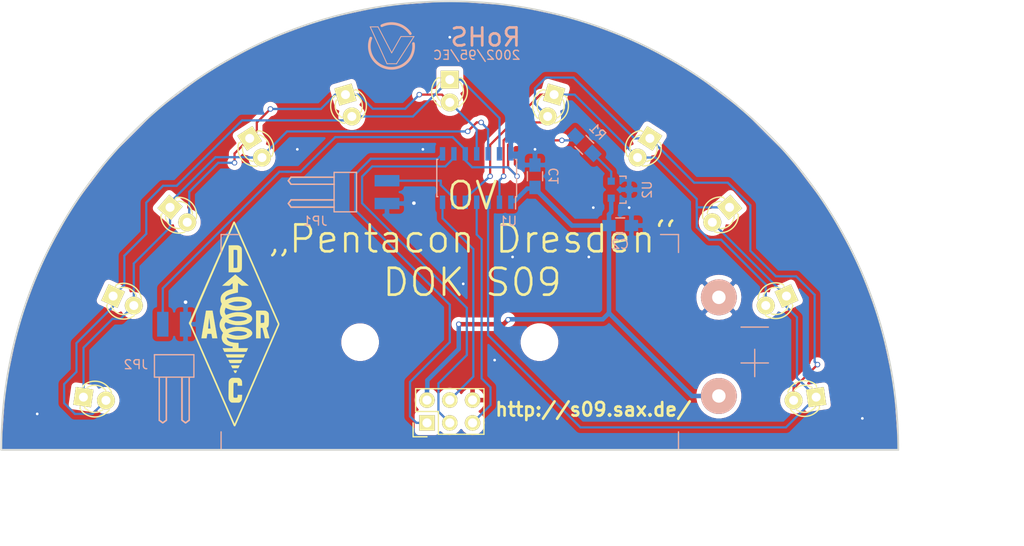
<source format=kicad_pcb>
(kicad_pcb (version 20171130) (host pcbnew 5.0.0-rc2-dev-unknown)
  (layers (0 F.Cu signal) (31 B.Cu signal) (34 B.Paste user hide) (35 F.Paste user hide) (36 B.SilkS user) (37 F.SilkS user) (38 B.Mask user) (39 F.Mask user) (44 Edge.Cuts user))
  (net 0 "")
  (net 1 +3V3)
  (net 2 GNDD)
  (net 3 "Net-(D1-Pad1)")
  (net 4 "Net-(D1-Pad2)")
  (net 5 "Net-(D3-Pad2)")
  (net 6 "Net-(D10-Pad2)")
  (net 7 "Net-(D11-Pad2)")
  (net 8 "Net-(D10-Pad1)")
  (net 9 "Net-(J3-Pad1)")
  (net 10 "Net-(J3-Pad3)")
  (net 11 "Net-(J3-Pad4)")
  (net 12 "Net-(J3-Pad5)")
  (net 13 "Net-(JP1-Pad1)")
  (net 14 "Net-(JP2-Pad1)")
  (net 15 "Net-(R1-Pad1)")
  (module Thermometer-Bausatz:Battery_holder_2xAAA (layer B.Cu) (at 110 148)
    (fp_text reference B1 hide)
    (fp_text value battery_holder)
    (fp_text user - (at 34 -2) (layer B.SilkS) (effects (font (size 4 4)) (justify mirror)))
    (fp_text user + (at 34 2) (layer B.SilkS) (effects (font (size 4 4)) (justify mirror)))
    (pad "" np_thru_hole circle (at 10 0) (size 3.2 3.2) (drill 3.2) (layers *.Cu Dwgs.User))
    (pad "" np_thru_hole circle (at -10 0) (size 3.2 3.2) (drill 3.2) (layers *.Cu Dwgs.User))
  )
  (module Capacitors_SMD:C_0805_HandSoldering (layer B.Cu) (at 119.5 129.5 90)
    (fp_text reference C1 (at 0 2.1 90) (layer B.SilkS) (effects (justify mirror)))
    (fp_text value "100 nF")
    (pad 1 smd rect (at -1.25 0 90) (size 1.5 1.25) (layers B.Cu B.Paste B.Mask) (net 1 +3V3))
    (pad 2 smd rect (at 1.25 0 90) (size 1.5 1.25) (layers B.Cu B.Paste B.Mask) (net 2 GNDD))
  )
  (module LEDs:LED-3MM (layer F.Cu) (at 69.15 154.13 351.8)
    (fp_text reference D1 hide)
    (fp_text value LED)
    (pad 1 thru_hole rect (at 0 0 81.8) (size 2 2) (drill 1.00076) (layers *.Cu *.Mask F.SilkS) (net 3 "Net-(D1-Pad1)"))
    (pad 2 thru_hole circle (at 2.54 -0.000001 351.8) (size 2 2) (drill 1.00076) (layers *.Cu *.Mask F.SilkS) (net 4 "Net-(D1-Pad2)"))
  )
  (module LEDs:LED-3MM (layer F.Cu) (at 78.81 132.97 319)
    (fp_text reference D3 hide)
    (fp_text value LED)
    (pad 1 thru_hole rect (at 0 0 49) (size 2 2) (drill 1.00076) (layers *.Cu *.Mask F.SilkS) (net 3 "Net-(D1-Pad1)"))
    (pad 2 thru_hole circle (at 2.54 0 319) (size 2 2) (drill 1.00076) (layers *.Cu *.Mask F.SilkS) (net 5 "Net-(D3-Pad2)"))
  )
  (module LEDs:LED-3MM (layer F.Cu) (at 87.69 125.28 302.7)
    (fp_text reference D4 hide)
    (fp_text value LED)
    (pad 1 thru_hole rect (at 0 0 32.7) (size 2 2) (drill 1.00076) (layers *.Cu *.Mask F.SilkS) (net 5 "Net-(D3-Pad2)"))
    (pad 2 thru_hole circle (at 2.539999 0 302.7) (size 2 2) (drill 1.00076) (layers *.Cu *.Mask F.SilkS) (net 3 "Net-(D1-Pad1)"))
  )
  (module LEDs:LED-3MM (layer F.Cu) (at 98.37 120.4 286.3)
    (fp_text reference D5 hide)
    (fp_text value LED)
    (pad 1 thru_hole rect (at 0 0 16.3) (size 2 2) (drill 1.00076) (layers *.Cu *.Mask F.SilkS) (net 5 "Net-(D3-Pad2)"))
    (pad 2 thru_hole circle (at 2.539998 0 286.3) (size 2 2) (drill 1.00076) (layers *.Cu *.Mask F.SilkS) (net 4 "Net-(D1-Pad2)"))
  )
  (module LEDs:LED-3MM (layer F.Cu) (at 110 118.73 270)
    (fp_text reference D6 hide)
    (fp_text value LED)
    (pad 1 thru_hole rect (at 0 0) (size 2 2) (drill 1.00076) (layers *.Cu *.Mask F.SilkS) (net 4 "Net-(D1-Pad2)"))
    (pad 2 thru_hole circle (at 2.54 0 270) (size 2 2) (drill 1.00076) (layers *.Cu *.Mask F.SilkS) (net 5 "Net-(D3-Pad2)"))
  )
  (module LEDs:LED-3MM (layer F.Cu) (at 121.63 120.4 253.6)
    (fp_text reference D7 hide)
    (fp_text value LED)
    (pad 1 thru_hole rect (at 0 0 343.6) (size 2 2) (drill 1.00076) (layers *.Cu *.Mask F.SilkS) (net 6 "Net-(D10-Pad2)"))
    (pad 2 thru_hole circle (at 2.539999 0 253.6) (size 2 2) (drill 1.00076) (layers *.Cu *.Mask F.SilkS) (net 7 "Net-(D11-Pad2)"))
  )
  (module LEDs:LED-3MM (layer F.Cu) (at 132.31 125.28 237.2)
    (fp_text reference D8 hide)
    (fp_text value LED)
    (pad 1 thru_hole rect (at 0 0 327.2) (size 2 2) (drill 1.00076) (layers *.Cu *.Mask F.SilkS) (net 7 "Net-(D11-Pad2)"))
    (pad 2 thru_hole circle (at 2.54 0 237.2) (size 2 2) (drill 1.00076) (layers *.Cu *.Mask F.SilkS) (net 6 "Net-(D10-Pad2)"))
  )
  (module LEDs:LED-3MM (layer F.Cu) (at 141.19 132.97 220.9)
    (fp_text reference D9 hide)
    (fp_text value LED)
    (pad 1 thru_hole rect (at 0 0 310.9) (size 2 2) (drill 1.00076) (layers *.Cu *.Mask F.SilkS) (net 6 "Net-(D10-Pad2)"))
    (pad 2 thru_hole circle (at 2.54 0 220.9) (size 2 2) (drill 1.00076) (layers *.Cu *.Mask F.SilkS) (net 8 "Net-(D10-Pad1)"))
  )
  (module LEDs:LED-3MM (layer F.Cu) (at 147.54 142.86 204.5)
    (fp_text reference D10 hide)
    (fp_text value LED)
    (pad 1 thru_hole rect (at 0 0 294.5) (size 2 2) (drill 1.00076) (layers *.Cu *.Mask F.SilkS) (net 8 "Net-(D10-Pad1)"))
    (pad 2 thru_hole circle (at 2.54 0 204.5) (size 2 2) (drill 1.00076) (layers *.Cu *.Mask F.SilkS) (net 6 "Net-(D10-Pad2)"))
  )
  (module LEDs:LED-3MM (layer F.Cu) (at 150.85 154.13 188.1)
    (fp_text reference D11 hide)
    (fp_text value LED)
    (pad 1 thru_hole rect (at 0 0 278.1) (size 2 2) (drill 1.00076) (layers *.Cu *.Mask F.SilkS) (net 8 "Net-(D10-Pad1)"))
    (pad 2 thru_hole circle (at 2.54 0 188.1) (size 2 2) (drill 1.00076) (layers *.Cu *.Mask F.SilkS) (net 7 "Net-(D11-Pad2)"))
  )
  (module Wire_Pads:SolderWirePad_single_1-5mmDrill (layer B.Cu) (at 140 154)
    (fp_text reference J1 hide)
    (fp_text value TEST_1P)
    (pad 1 thru_hole circle (at 0 0) (size 4.0005 4.0005) (drill 1.50114) (layers *.Cu *.Mask B.SilkS) (net 1 +3V3))
  )
  (module Wire_Pads:SolderWirePad_single_1-5mmDrill (layer B.Cu) (at 140 143)
    (fp_text reference J2 hide)
    (fp_text value TEST_1P)
    (pad 1 thru_hole circle (at 0 0) (size 4.0005 4.0005) (drill 1.50114) (layers *.Cu *.Mask B.SilkS) (net 2 GNDD))
  )
  (module Pin_Headers:Pin_Header_Straight_2x03 (layer F.Cu) (at 107.46 157 90)
    (fp_text reference J3 hide)
    (fp_text value ISP)
    (pad 1 thru_hole rect (at 0 0 90) (size 1.7272 1.7272) (drill 1.016) (layers *.Cu *.Mask F.SilkS) (net 9 "Net-(J3-Pad1)"))
    (pad 2 thru_hole oval (at 2.54 0 90) (size 1.7272 1.7272) (drill 1.016) (layers *.Cu *.Mask F.SilkS) (net 1 +3V3))
    (pad 3 thru_hole oval (at 0 2.54 90) (size 1.7272 1.7272) (drill 1.016) (layers *.Cu *.Mask F.SilkS) (net 10 "Net-(J3-Pad3)"))
    (pad 4 thru_hole oval (at 2.54 2.54 90) (size 1.7272 1.7272) (drill 1.016) (layers *.Cu *.Mask F.SilkS) (net 11 "Net-(J3-Pad4)"))
    (pad 5 thru_hole oval (at 0 5.08 90) (size 1.7272 1.7272) (drill 1.016) (layers *.Cu *.Mask F.SilkS) (net 12 "Net-(J3-Pad5)"))
    (pad 6 thru_hole oval (at 2.54 5.08 90) (size 1.7272 1.7272) (drill 1.016) (layers *.Cu *.Mask F.SilkS) (net 2 GNDD))
  )
  (module SMD-Jumper:JP2-SMD (layer B.Cu) (at 103 131.27 270)
    (fp_text reference JP1 (at 3.23 8) (layer B.SilkS) (effects (justify mirror)))
    (fp_text value Bereich)
    (pad 2 smd rect (at 1.27 0 270) (size 1.27 2.77) (layers B.Cu B.Paste B.Mask) (net 2 GNDD))
    (pad 1 smd rect (at -1.27 0 270) (size 1.27 2.77) (layers B.Cu B.Paste B.Mask) (net 13 "Net-(JP1-Pad1)"))
  )
  (module SMD-Jumper:JP2-SMD (layer B.Cu) (at 79.27 146)
    (fp_text reference JP2 (at -4.27 4.5) (layer B.SilkS) (effects (justify mirror)))
    (fp_text value Programm)
    (pad 2 smd rect (at 1.27 0) (size 1.27 2.77) (layers B.Cu B.Paste B.Mask) (net 2 GNDD))
    (pad 1 smd rect (at -1.27 0) (size 1.27 2.77) (layers B.Cu B.Paste B.Mask) (net 14 "Net-(JP2-Pad1)"))
  )
  (module Housings_SOIC:SOIC-14_3.9x8.7mm_Pitch1.27mm (layer B.Cu) (at 113 129.7 90)
    (fp_text reference U1 (at -4.8 3.5 180) (layer B.SilkS) (effects (justify mirror)))
    (fp_text value ATTINY24A-SSU)
    (pad 1 smd rect (at -2.7 3.81 90) (size 1.5 0.6) (layers B.Cu B.Paste B.Mask) (net 1 +3V3))
    (pad 2 smd rect (at -2.7 2.54 90) (size 1.5 0.6) (layers B.Cu B.Paste B.Mask) (net 7 "Net-(D11-Pad2)"))
    (pad 3 smd rect (at -2.7 1.27 90) (size 1.5 0.6) (layers B.Cu B.Paste B.Mask) (net 8 "Net-(D10-Pad1)"))
    (pad 4 smd rect (at -2.7 0 90) (size 1.5 0.6) (layers B.Cu B.Paste B.Mask) (net 12 "Net-(J3-Pad5)"))
    (pad 5 smd rect (at -2.7 -1.27 90) (size 1.5 0.6) (layers B.Cu B.Paste B.Mask) (net 6 "Net-(D10-Pad2)"))
    (pad 6 smd rect (at -2.7 -2.54 90) (size 1.5 0.6) (layers B.Cu B.Paste B.Mask) (net 13 "Net-(JP1-Pad1)"))
    (pad 7 smd rect (at -2.7 -3.81 90) (size 1.5 0.6) (layers B.Cu B.Paste B.Mask) (net 11 "Net-(J3-Pad4)"))
    (pad 8 smd rect (at 2.7 -3.81 90) (size 1.5 0.6) (layers B.Cu B.Paste B.Mask) (net 9 "Net-(J3-Pad1)"))
    (pad 9 smd rect (at 2.7 -2.54 90) (size 1.5 0.6) (layers B.Cu B.Paste B.Mask) (net 10 "Net-(J3-Pad3)"))
    (pad 10 smd rect (at 2.7 -1.27 90) (size 1.5 0.6) (layers B.Cu B.Paste B.Mask) (net 14 "Net-(JP2-Pad1)"))
    (pad 11 smd rect (at 2.7 0 90) (size 1.5 0.6) (layers B.Cu B.Paste B.Mask) (net 5 "Net-(D3-Pad2)"))
    (pad 12 smd rect (at 2.7 1.27 90) (size 1.5 0.6) (layers B.Cu B.Paste B.Mask) (net 3 "Net-(D1-Pad1)"))
    (pad 13 smd rect (at 2.7 2.54 90) (size 1.5 0.6) (layers B.Cu B.Paste B.Mask) (net 4 "Net-(D1-Pad2)"))
    (pad 14 smd rect (at 2.7 3.81 90) (size 1.5 0.6) (layers B.Cu B.Paste B.Mask) (net 2 GNDD))
  )
  (module LEDs:LED-3MM (layer F.Cu) (at 72.46 142.86 335.4)
    (fp_text reference D2 hide)
    (fp_text value LED)
    (pad 1 thru_hole rect (at 0 0 65.4) (size 2 2) (drill 1.00076) (layers *.Cu *.Mask F.SilkS) (net 4 "Net-(D1-Pad2)"))
    (pad 2 thru_hole circle (at 2.54 0 335.4) (size 2 2) (drill 1.00076) (layers *.Cu *.Mask F.SilkS) (net 3 "Net-(D1-Pad1)"))
  )
  (module Thermometer-Bausatz:DARC-Raute (layer F.Cu) (at 86 146)
    (fp_text reference G*** hide)
    (fp_text value LOGO hide)
  )
  (module Thermometer-Bausatz:RoHS_Silk (layer B.Cu) (at 118 118 180)
    (fp_text reference REF** hide)
    (fp_text value RoHS_Silk hide)
    (fp_text user 2002/95/EC (at 5 2 180) (layer B.SilkS) (effects (justify mirror)))
    (fp_text user RoHS (at 4 4 180) (layer B.SilkS) (effects (font (size 2 2) (thickness 0.3)) (justify mirror)))
  )
  (module Thermometer-Bausatz:via-0.3-0.6 (layer F.Cu) (at 107 126.5)
    (fp_text reference N1 hide)
    (fp_text value via hide)
    (pad 1 thru_hole circle (at 0 0) (size 0.6 0.6) (drill 0.3) (layers *.Cu *.Mask) (net 2 GNDD))
  )
  (module Thermometer-Bausatz:via-0.3-0.6 (layer F.Cu) (at 126 133)
    (fp_text reference N2 hide)
    (fp_text value via hide)
    (pad 1 thru_hole circle (at 0 0) (size 0.6 0.6) (drill 0.3) (layers *.Cu *.Mask) (net 2 GNDD))
  )
  (module Thermometer-Bausatz:via-0.3-0.6 (layer F.Cu) (at 111.5 141.5)
    (fp_text reference N3 hide)
    (fp_text value via hide)
    (pad 1 thru_hole circle (at 0 0) (size 0.6 0.6) (drill 0.3) (layers *.Cu *.Mask) (net 2 GNDD))
  )
  (module Thermometer-Bausatz:via-0.3-0.6 (layer F.Cu) (at 117 138.5)
    (fp_text reference N4 hide)
    (fp_text value via hide)
    (pad 1 thru_hole circle (at 0 0) (size 0.6 0.6) (drill 0.3) (layers *.Cu *.Mask) (net 2 GNDD))
  )
  (module Thermometer-Bausatz:via-0.3-0.6 (layer F.Cu) (at 156 156.5)
    (fp_text reference N5 hide)
    (fp_text value via hide)
    (pad 1 thru_hole circle (at 0 0) (size 0.6 0.6) (drill 0.3) (layers *.Cu *.Mask) (net 2 GNDD))
  )
  (module Thermometer-Bausatz:via-0.3-0.6 (layer F.Cu) (at 64 156)
    (fp_text reference N6 hide)
    (fp_text value via hide)
    (pad 1 thru_hole circle (at 0 0) (size 0.6 0.6) (drill 0.3) (layers *.Cu *.Mask) (net 2 GNDD))
  )
  (module Thermometer-Bausatz:via-0.3-0.6 (layer F.Cu) (at 110 114)
    (fp_text reference N7 hide)
    (fp_text value via hide)
    (pad 1 thru_hole circle (at 0 0) (size 0.6 0.6) (drill 0.3) (layers *.Cu *.Mask) (net 2 GNDD))
  )
  (module Thermometer-Bausatz:via-0.3-0.6 (layer F.Cu) (at 93 126.5)
    (fp_text reference N8 hide)
    (fp_text value via hide)
    (pad 1 thru_hole circle (at 0 0) (size 0.6 0.6) (drill 0.3) (layers *.Cu *.Mask) (net 2 GNDD))
  )
  (module Capacitors_SMD:C_0805_HandSoldering (layer B.Cu) (at 129 135)
    (fp_text reference C2 (at 0 2.1) (layer B.SilkS) (effects (justify mirror)))
    (fp_text value "100 nF")
    (pad 1 smd rect (at -1.25 0) (size 1.5 1.25) (layers B.Cu B.Paste B.Mask) (net 1 +3V3))
    (pad 2 smd rect (at 1.25 0) (size 1.5 1.25) (layers B.Cu B.Paste B.Mask) (net 2 GNDD))
  )
  (module Resistors_SMD:R_0805_HandSoldering (layer B.Cu) (at 125 126 135)
    (fp_text reference R1 (at 0 2.1 135) (layer B.SilkS) (effects (justify mirror)))
    (fp_text value "4.7 kΩ")
    (pad 1 smd rect (at -1.35 0 135) (size 1.5 1.3) (layers B.Cu B.Paste B.Mask) (net 15 "Net-(R1-Pad1)"))
    (pad 2 smd rect (at 1.35 0 135) (size 1.5 1.3) (layers B.Cu B.Paste B.Mask) (net 14 "Net-(JP2-Pad1)"))
  )
  (module TO_SOT_Packages_SMD:SOT-23 (layer B.Cu) (at 129 131 90)
    (fp_text reference U2 (at 0 3 90) (layer B.SilkS) (effects (justify mirror)))
    (fp_text value MCP9700AT-E_TT)
    (pad 1 smd rect (at -0.95 -1.00076 90) (size 0.8001 0.8001) (layers B.Cu B.Paste B.Mask) (net 1 +3V3))
    (pad 2 smd rect (at 0.95 -1.00076 90) (size 0.8001 0.8001) (layers B.Cu B.Paste B.Mask) (net 15 "Net-(R1-Pad1)"))
    (pad 3 smd rect (at 0 0.99822 90) (size 0.8001 0.8001) (layers B.Cu B.Paste B.Mask) (net 2 GNDD))
  )
  (module Thermometer-Bausatz:via-0.3-0.6 (layer F.Cu) (at 130 133)
    (fp_text reference N9 hide)
    (fp_text value via hide)
    (pad 1 thru_hole circle (at 0 0) (size 0.6 0.6) (drill 0.3) (layers *.Cu *.Mask) (net 2 GNDD))
  )
  (module Thermometer-Bausatz:via-0.3-0.6 (layer F.Cu) (at 119.5 126.5)
    (fp_text reference N10 hide)
    (fp_text value via hide)
    (pad 1 thru_hole circle (at 0 0) (size 0.6 0.6) (drill 0.3) (layers *.Cu *.Mask) (net 2 GNDD))
  )
  (module Thermometer-Bausatz:via-0.3-0.6 (layer F.Cu) (at 115 150)
    (fp_text reference N11 hide)
    (fp_text value via hide)
    (pad 1 thru_hole circle (at 0 0) (size 0.6 0.6) (drill 0.3) (layers *.Cu *.Mask) (net 2 GNDD))
  )
  (module Thermometer-Bausatz:via-0.3-0.6 (layer F.Cu) (at 125.5 138.5)
    (fp_text reference N12 hide)
    (fp_text value via hide)
    (pad 1 thru_hole circle (at 0 0) (size 0.6 0.6) (drill 0.3) (layers *.Cu *.Mask) (net 2 GNDD))
  )
  (gr_line (start 60 160) (end 160 160) (layer Edge.Cuts) (width 0.2))
  (gr_arc (start 110 160) (end 60 160) (angle 180) (layer Edge.Cuts) (width 0.2))
  (gr_text http://s09.sax.de/ (at 126 155.5) (layer F.SilkS) (effects (font (size 1.5 1.5) (thickness 0.3))))
  (gr_text "OV\n„Pentacon Dresden“\nDOK S09" (at 112.5 136.5) (layer F.SilkS) (effects (font (size 3 3) (thickness 0.3))))
  (segment (start 127.99924 133.00076) (end 127.99924 131.95) (width 0.5) (layer B.Cu) (net 1))
  (segment (start 127.75 133.75) (end 127.99924 133.50076) (width 0.5) (layer B.Cu) (net 1))
  (segment (start 127.99924 133.50076) (end 127.99924 133.00076) (width 0.5) (layer B.Cu) (net 1))
  (segment (start 127.75 135) (end 127.75 133.75) (width 0.5) (layer B.Cu) (net 1))
  (segment (start 127.75 144.75) (end 127.75 135) (width 0.5) (layer B.Cu) (net 1))
  (segment (start 137 154) (end 127.75 144.75) (width 0.5) (layer B.Cu) (net 1))
  (segment (start 140 154) (end 137 154) (width 0.5) (layer B.Cu) (net 1))
  (segment (start 123.625 135) (end 119.5 130.875) (width 0.5) (layer B.Cu) (net 1))
  (segment (start 119.5 130.875) (end 119.5 130.75) (width 0.5) (layer B.Cu) (net 1))
  (segment (start 127.75 135) (end 123.625 135) (width 0.5) (layer B.Cu) (net 1))
  (segment (start 116.85 132.4) (end 116.81 132.4) (width 0.5) (layer B.Cu) (net 1))
  (segment (start 117 132.25) (end 116.85 132.4) (width 0.5) (layer B.Cu) (net 1))
  (segment (start 117.25 132.25) (end 117 132.25) (width 0.5) (layer B.Cu) (net 1))
  (segment (start 118.625 130.875) (end 117.25 132.25) (width 0.5) (layer B.Cu) (net 1))
  (segment (start 119.5 130.875) (end 118.625 130.875) (width 0.5) (layer B.Cu) (net 1))
  (segment (start 107.46 153.238686) (end 107.5 153.198686) (width 0.5) (layer B.Cu) (net 1))
  (segment (start 107.46 154.46) (end 107.46 153.238686) (width 0.5) (layer B.Cu) (net 1))
  (segment (start 107.5 153.198686) (end 107.5 152.25) (width 0.5) (layer B.Cu) (net 1))
  (segment (start 107.5 152.25) (end 111 148.75) (width 0.5) (layer B.Cu) (net 1))
  (via (at 111 146) (size 0.6) (drill 0.4) (layers F.Cu B.Cu) (net 1))
  (segment (start 111 148.75) (end 111 146) (width 0.5) (layer B.Cu) (net 1))
  (segment (start 127.049999 145.450001) (end 127.75 144.75) (width 0.5) (layer B.Cu) (net 1))
  (segment (start 116.549999 145.450001) (end 127.049999 145.450001) (width 0.5) (layer B.Cu) (net 1))
  (segment (start 116.5 145.5) (end 116.549999 145.450001) (width 0.5) (layer B.Cu) (net 1))
  (via (at 116.5 145.5) (size 0.6) (drill 0.4) (layers F.Cu B.Cu) (net 1))
  (segment (start 116 146) (end 111 146) (width 0.5) (layer F.Cu) (net 1))
  (segment (start 116 146) (end 116.5 145.5) (width 0.5) (layer F.Cu) (net 1))
  (via (at 80.54 143.54) (size 0.6) (drill 0.4) (layers F.Cu B.Cu) (net 2))
  (segment (start 80.54 146) (end 80.54 143.54) (width 0.25) (layer B.Cu) (net 2))
  (via (at 106 132.5) (size 0.6) (drill 0.4) (layers F.Cu B.Cu) (net 2))
  (segment (start 104.675 132.5) (end 106 132.5) (width 0.25) (layer B.Cu) (net 2))
  (segment (start 103 132.54) (end 104.635 132.54) (width 0.25) (layer B.Cu) (net 2))
  (segment (start 104.635 132.54) (end 104.675 132.5) (width 0.25) (layer B.Cu) (net 2))
  (segment (start 130.25 133.25) (end 130.25 135) (width 0.5) (layer B.Cu) (net 2))
  (segment (start 129.99822 132.99822) (end 130.25 133.25) (width 0.5) (layer B.Cu) (net 2))
  (segment (start 129.99822 131) (end 129.99822 132.99822) (width 0.5) (layer B.Cu) (net 2))
  (segment (start 130.25 135) (end 132 135) (width 0.5) (layer B.Cu) (net 2))
  (segment (start 119.5 126.5) (end 119.5 128.25) (width 0.5) (layer B.Cu) (net 2))
  (segment (start 117 127) (end 118.25 128.25) (width 0.5) (layer B.Cu) (net 2))
  (segment (start 118.25 128.25) (end 119.5 128.25) (width 0.5) (layer B.Cu) (net 2))
  (segment (start 116.81 127) (end 117 127) (width 0.5) (layer B.Cu) (net 2))
  (segment (start 69.15 154.13) (end 69.163522 154.116478) (width 0.25) (layer B.Cu) (net 3))
  (segment (start 69.163522 154.116478) (end 69.163522 148.620392) (width 0.25) (layer B.Cu) (net 3))
  (segment (start 69.163522 148.620392) (end 72.382337 145.401577) (width 0.25) (layer B.Cu) (net 3))
  (segment (start 72.382337 145.401577) (end 73.285236 145.401577) (width 0.25) (layer B.Cu) (net 3))
  (segment (start 73.285236 145.401577) (end 74.76946 143.917353) (width 0.25) (layer B.Cu) (net 3))
  (segment (start 78.81 132.97) (end 78.81 132.439843) (width 0.25) (layer B.Cu) (net 3))
  (segment (start 78.81 132.439843) (end 83.874845 127.374998) (width 0.25) (layer B.Cu) (net 3))
  (segment (start 83.874845 127.374998) (end 87.605558 127.374998) (width 0.25) (layer B.Cu) (net 3))
  (segment (start 87.605558 127.374998) (end 87.647997 127.417437) (width 0.25) (layer B.Cu) (net 3))
  (segment (start 87.647997 127.417437) (end 89.06221 127.417437) (width 0.25) (layer B.Cu) (net 3))
  (segment (start 112 124.5) (end 111.992827 124.507173) (width 0.25) (layer B.Cu) (net 3))
  (segment (start 111.992827 124.507173) (end 91.851559 124.507173) (width 0.25) (layer B.Cu) (net 3))
  (segment (start 91.851559 124.507173) (end 89.06221 127.296522) (width 0.25) (layer B.Cu) (net 3))
  (segment (start 89.06221 127.296522) (end 89.06221 127.417437) (width 0.25) (layer B.Cu) (net 3))
  (via (at 112 124.5) (size 0.6) (drill 0.4) (layers F.Cu B.Cu) (net 3))
  (segment (start 113 123.5) (end 112 124.5) (width 0.25) (layer F.Cu) (net 3))
  (segment (start 113.5 123.5) (end 113 123.5) (width 0.25) (layer F.Cu) (net 3))
  (via (at 113.5 123.5) (size 0.6) (drill 0.4) (layers F.Cu B.Cu) (net 3))
  (segment (start 114.27 124.27) (end 113.5 123.5) (width 0.25) (layer B.Cu) (net 3))
  (segment (start 114.27 127) (end 114.27 124.27) (width 0.25) (layer B.Cu) (net 3))
  (segment (start 74.76946 139.23054) (end 78.81 135.19) (width 0.25) (layer B.Cu) (net 3))
  (segment (start 78.81 135.19) (end 78.81 132.97) (width 0.25) (layer B.Cu) (net 3))
  (segment (start 74.76946 143.917353) (end 74.76946 139.23054) (width 0.25) (layer B.Cu) (net 3))
  (segment (start 71.664032 154.492277) (end 70.156309 156) (width 0.25) (layer B.Cu) (net 4))
  (segment (start 70.156309 156) (end 68.208314 156) (width 0.25) (layer B.Cu) (net 4))
  (segment (start 68.208314 156) (end 67 154.791686) (width 0.25) (layer B.Cu) (net 4))
  (segment (start 67 154.791686) (end 67 152.681098) (width 0.25) (layer B.Cu) (net 4))
  (segment (start 67 152.681098) (end 68.374805 151.306293) (width 0.25) (layer B.Cu) (net 4))
  (segment (start 68.374805 151.306293) (end 68.374805 148.108793) (width 0.25) (layer B.Cu) (net 4))
  (segment (start 68.374805 148.108793) (end 72.46 144.023598) (width 0.25) (layer B.Cu) (net 4))
  (segment (start 72.46 144.023598) (end 72.46 142.86) (width 0.25) (layer B.Cu) (net 4))
  (segment (start 72.46 142.86) (end 73.714042 141.605958) (width 0.25) (layer B.Cu) (net 4))
  (segment (start 73.714042 141.605958) (end 73.714042 138.361268) (width 0.25) (layer B.Cu) (net 4))
  (segment (start 73.714042 138.361268) (end 76.157732 135.917578) (width 0.25) (layer B.Cu) (net 4))
  (segment (start 76.157732 135.917578) (end 76.157732 132.439101) (width 0.25) (layer B.Cu) (net 4))
  (segment (start 86.845988 123.270957) (end 98.649841 123.270957) (width 0.25) (layer B.Cu) (net 4))
  (segment (start 76.157732 132.439101) (end 78.028677 130.568156) (width 0.25) (layer B.Cu) (net 4))
  (segment (start 78.028677 130.568156) (end 79.548789 130.568156) (width 0.25) (layer B.Cu) (net 4))
  (segment (start 79.548789 130.568156) (end 86.845988 123.270957) (width 0.25) (layer B.Cu) (net 4))
  (segment (start 98.649841 123.270957) (end 99.082893 122.837905) (width 0.25) (layer B.Cu) (net 4))
  (segment (start 98.779221 123.141577) (end 99.082893 122.837905) (width 0.25) (layer B.Cu) (net 4))
  (segment (start 115.54 127) (end 115.54 123.02) (width 0.25) (layer B.Cu) (net 4))
  (segment (start 115.54 123.02) (end 111.25 118.73) (width 0.25) (layer B.Cu) (net 4))
  (segment (start 111.25 118.73) (end 110 118.73) (width 0.25) (layer B.Cu) (net 4))
  (segment (start 106.892094 121.837906) (end 110 118.73) (width 0.25) (layer B.Cu) (net 4))
  (segment (start 105.892095 122.837905) (end 106.892094 121.837906) (width 0.25) (layer B.Cu) (net 4))
  (segment (start 99.082893 122.837905) (end 105.892095 122.837905) (width 0.25) (layer B.Cu) (net 4))
  (segment (start 80.726962 134.63639) (end 80.948252 134.4151) (width 0.25) (layer B.Cu) (net 5))
  (segment (start 80.948252 134.4151) (end 80.948252 131.234567) (width 0.25) (layer B.Cu) (net 5))
  (segment (start 80.948252 131.234567) (end 84.182819 128) (width 0.25) (layer B.Cu) (net 5))
  (segment (start 84.182819 128) (end 86 128) (width 0.25) (layer B.Cu) (net 5))
  (segment (start 98.37 120.4) (end 99.839664 120.4) (width 0.25) (layer B.Cu) (net 5))
  (segment (start 99.839664 120.4) (end 101.41073 121.971066) (width 0.25) (layer B.Cu) (net 5))
  (segment (start 101.41073 121.971066) (end 105.028934 121.971066) (width 0.25) (layer B.Cu) (net 5))
  (segment (start 105.028934 121.971066) (end 106.6 120.4) (width 0.25) (layer B.Cu) (net 5))
  (segment (start 90 122) (end 95.626786 122) (width 0.25) (layer B.Cu) (net 5))
  (segment (start 95.626786 122) (end 97.226786 120.4) (width 0.25) (layer B.Cu) (net 5))
  (segment (start 97.226786 120.4) (end 98.37 120.4) (width 0.25) (layer B.Cu) (net 5))
  (segment (start 113 127) (end 113 124.27) (width 0.25) (layer B.Cu) (net 5))
  (segment (start 113 124.27) (end 110 121.27) (width 0.25) (layer B.Cu) (net 5))
  (segment (start 106.6 120.4) (end 109.13 120.4) (width 0.25) (layer F.Cu) (net 5))
  (segment (start 109.13 120.4) (end 110 121.27) (width 0.25) (layer F.Cu) (net 5))
  (via (at 106.6 120.4) (size 0.6) (drill 0.4) (layers F.Cu B.Cu) (net 5))
  (via (at 90 122) (size 0.6) (drill 0.4) (layers F.Cu B.Cu) (net 5))
  (segment (start 88.484429 123.515571) (end 90 122) (width 0.25) (layer F.Cu) (net 5))
  (segment (start 87.69 125.28) (end 88.484429 124.485571) (width 0.25) (layer F.Cu) (net 5))
  (segment (start 88.484429 124.485571) (end 88.484429 123.515571) (width 0.25) (layer F.Cu) (net 5))
  (segment (start 86 128) (end 86 126.97) (width 0.25) (layer F.Cu) (net 5))
  (segment (start 86 126.97) (end 87.69 125.28) (width 0.25) (layer F.Cu) (net 5))
  (via (at 86 128) (size 0.6) (drill 0.4) (layers F.Cu B.Cu) (net 5))
  (segment (start 137.53131 132.630973) (end 137.541912 132.641575) (width 0.25) (layer B.Cu) (net 6))
  (segment (start 138.93679 136.582199) (end 140.256594 136.582199) (width 0.25) (layer B.Cu) (net 6))
  (segment (start 137.541912 132.641575) (end 137.541912 135.187321) (width 0.25) (layer B.Cu) (net 6))
  (segment (start 140.256594 136.582199) (end 145.228698 141.554303) (width 0.25) (layer B.Cu) (net 6))
  (segment (start 137.541912 135.187321) (end 138.93679 136.582199) (width 0.25) (layer B.Cu) (net 6))
  (segment (start 145.228698 141.554303) (end 145.228698 143.913321) (width 0.25) (layer B.Cu) (net 6))
  (segment (start 137.53131 132.630973) (end 137.53131 132.97) (width 0.25) (layer B.Cu) (net 6))
  (segment (start 137.53131 132.97) (end 141.19 132.97) (width 0.25) (layer B.Cu) (net 6))
  (segment (start 130.934061 127.415039) (end 132.913476 127.415039) (width 0.25) (layer B.Cu) (net 6))
  (segment (start 132.913476 127.415039) (end 137.53131 132.032873) (width 0.25) (layer B.Cu) (net 6))
  (segment (start 137.53131 132.032873) (end 137.53131 132.630973) (width 0.25) (layer B.Cu) (net 6))
  (segment (start 121.63 120.4) (end 123.919022 120.4) (width 0.25) (layer B.Cu) (net 6))
  (segment (start 123.919022 120.4) (end 130.934061 127.415039) (width 0.25) (layer B.Cu) (net 6))
  (via (at 114.5 129.5) (size 0.6) (drill 0.4) (layers F.Cu B.Cu) (net 6))
  (segment (start 111.73 131.95) (end 111.73 132.4) (width 0.25) (layer B.Cu) (net 6))
  (segment (start 114.5 129.5) (end 111.73 131.95) (width 0.25) (layer B.Cu) (net 6))
  (segment (start 120.1 120.4) (end 121.63 120.4) (width 0.25) (layer F.Cu) (net 6))
  (segment (start 114.5 126) (end 120.1 120.4) (width 0.25) (layer F.Cu) (net 6))
  (segment (start 114.5 129.5) (end 114.5 126) (width 0.25) (layer F.Cu) (net 6))
  (segment (start 120.912853 122.836657) (end 119.499184 121.422988) (width 0.25) (layer B.Cu) (net 7))
  (segment (start 119.499184 121.422988) (end 119.499184 119.701431) (width 0.25) (layer B.Cu) (net 7))
  (segment (start 119.499184 119.701431) (end 120.700615 118.5) (width 0.25) (layer B.Cu) (net 7))
  (segment (start 120.700615 118.5) (end 123.788657 118.5) (width 0.25) (layer B.Cu) (net 7))
  (segment (start 130.568657 125.28) (end 132.31 125.28) (width 0.25) (layer B.Cu) (net 7))
  (segment (start 123.788657 118.5) (end 130.568657 125.28) (width 0.25) (layer B.Cu) (net 7))
  (segment (start 146.360166 140.657301) (end 148.616469 140.657301) (width 0.25) (layer B.Cu) (net 7))
  (segment (start 148.616469 140.657301) (end 150.679356 142.720188) (width 0.25) (layer B.Cu) (net 7))
  (segment (start 150.67241 142.713242) (end 150.679356 142.720188) (width 0.25) (layer B.Cu) (net 7))
  (segment (start 150.679356 142.720188) (end 150.679356 150.179356) (width 0.25) (layer B.Cu) (net 7))
  (segment (start 150.679356 150.179356) (end 151 150.5) (width 0.25) (layer B.Cu) (net 7))
  (segment (start 132.31 125.28) (end 137.248104 130.218104) (width 0.25) (layer B.Cu) (net 7))
  (segment (start 137.248104 130.218104) (end 140.986868 130.218104) (width 0.25) (layer B.Cu) (net 7))
  (segment (start 140.986868 130.218104) (end 143.512349 132.743585) (width 0.25) (layer B.Cu) (net 7))
  (segment (start 143.512349 132.743585) (end 143.512349 137.809484) (width 0.25) (layer B.Cu) (net 7))
  (segment (start 143.512349 137.809484) (end 146.360166 140.657301) (width 0.25) (layer B.Cu) (net 7))
  (via (at 151 150.5) (size 0.6) (drill 0.4) (layers F.Cu B.Cu) (net 7))
  (segment (start 148.590984 152.909016) (end 151 150.5) (width 0.25) (layer F.Cu) (net 7))
  (segment (start 148.5 152.909016) (end 148.590984 152.909016) (width 0.25) (layer F.Cu) (net 7))
  (segment (start 148.33534 154.487889) (end 148.33534 153.073676) (width 0.25) (layer F.Cu) (net 7))
  (segment (start 148.33534 153.073676) (end 148.5 152.909016) (width 0.25) (layer F.Cu) (net 7))
  (segment (start 115.54 131.95) (end 115.54 132.4) (width 0.25) (layer B.Cu) (net 7))
  (via (at 116 129.5) (size 0.6) (drill 0.4) (layers F.Cu B.Cu) (net 7))
  (segment (start 115.54 129.96) (end 116 129.5) (width 0.25) (layer B.Cu) (net 7))
  (segment (start 115.54 132.4) (end 115.54 129.96) (width 0.25) (layer B.Cu) (net 7))
  (segment (start 120.24951 123.5) (end 120.912853 122.836657) (width 0.25) (layer F.Cu) (net 7))
  (segment (start 118 123.5) (end 120.24951 123.5) (width 0.25) (layer F.Cu) (net 7))
  (segment (start 116 125.5) (end 118 123.5) (width 0.25) (layer F.Cu) (net 7))
  (segment (start 116 129.5) (end 116 125.5) (width 0.25) (layer F.Cu) (net 7))
  (segment (start 147.54 142.86) (end 147.54 144.058948) (width 0.25) (layer B.Cu) (net 8))
  (segment (start 147.54 144.058948) (end 148.709844 145.228792) (width 0.25) (layer B.Cu) (net 8))
  (segment (start 148.709844 145.228792) (end 148.709844 151.989844) (width 0.25) (layer B.Cu) (net 8))
  (segment (start 148.709844 151.989844) (end 150.85 154.13) (width 0.25) (layer B.Cu) (net 8))
  (segment (start 114.27 132.4) (end 114.27 147.205571) (width 0.25) (layer B.Cu) (net 8))
  (segment (start 114.27 147.205571) (end 124.564429 157.5) (width 0.25) (layer B.Cu) (net 8))
  (segment (start 124.564429 157.5) (end 147.48 157.5) (width 0.25) (layer B.Cu) (net 8))
  (segment (start 147.48 157.5) (end 148.48 156.5) (width 0.25) (layer B.Cu) (net 8))
  (segment (start 148.48 156.5) (end 150.85 154.13) (width 0.25) (layer B.Cu) (net 8))
  (segment (start 139.270132 134.633042) (end 147.49709 142.86) (width 0.25) (layer B.Cu) (net 8))
  (segment (start 147.49709 142.86) (end 147.54 142.86) (width 0.25) (layer B.Cu) (net 8))
  (segment (start 107.46 157) (end 106.286689 157) (width 0.25) (layer B.Cu) (net 9))
  (segment (start 106.286689 157) (end 105.565333 156.278644) (width 0.25) (layer B.Cu) (net 9))
  (segment (start 105.565333 156.278644) (end 105.565333 152.434667) (width 0.25) (layer B.Cu) (net 9))
  (segment (start 105.565333 152.434667) (end 110 148) (width 0.25) (layer B.Cu) (net 9))
  (segment (start 110 148) (end 110 143.820706) (width 0.25) (layer B.Cu) (net 9))
  (segment (start 110 143.820706) (end 99.455183 133.275889) (width 0.25) (layer B.Cu) (net 9))
  (segment (start 99.455183 133.275889) (end 99.455183 129.296117) (width 0.25) (layer B.Cu) (net 9))
  (segment (start 99.455183 129.296117) (end 101.198506 127.552794) (width 0.25) (layer B.Cu) (net 9))
  (segment (start 101.198506 127.552794) (end 108.637206 127.552794) (width 0.25) (layer B.Cu) (net 9))
  (segment (start 108.637206 127.552794) (end 109.19 127) (width 0.25) (layer B.Cu) (net 9))
  (segment (start 110.46 127) (end 110.46 127.45) (width 0.25) (layer B.Cu) (net 10))
  (segment (start 110.46 127.45) (end 109.501891 128.408109) (width 0.25) (layer B.Cu) (net 10))
  (segment (start 109.501891 128.408109) (end 101.354235 128.408109) (width 0.25) (layer B.Cu) (net 10))
  (segment (start 101.354235 128.408109) (end 100.220763 129.541581) (width 0.25) (layer B.Cu) (net 10))
  (segment (start 100.220763 129.541581) (end 100.220763 132.503127) (width 0.25) (layer B.Cu) (net 10))
  (segment (start 100.220763 132.503127) (end 111.899159 144.181523) (width 0.25) (layer B.Cu) (net 10))
  (segment (start 111.899159 144.181523) (end 111.899159 149.435938) (width 0.25) (layer B.Cu) (net 10))
  (segment (start 111.899159 149.435938) (end 108.733089 152.602008) (width 0.25) (layer B.Cu) (net 10))
  (segment (start 108.733089 155.733089) (end 109.136401 156.136401) (width 0.25) (layer B.Cu) (net 10))
  (segment (start 108.733089 152.602008) (end 108.733089 155.733089) (width 0.25) (layer B.Cu) (net 10))
  (segment (start 109.136401 156.136401) (end 110 157) (width 0.25) (layer B.Cu) (net 10))
  (segment (start 110.323599 154.136401) (end 109.46 155) (width 0.25) (layer B.Cu) (net 11))
  (segment (start 112.624719 151.835281) (end 110 154.46) (width 0.25) (layer B.Cu) (net 11))
  (segment (start 109.19 134.19) (end 112.624719 137.624719) (width 0.25) (layer B.Cu) (net 11))
  (segment (start 109.19 132.4) (end 109.19 134.19) (width 0.25) (layer B.Cu) (net 11))
  (segment (start 112.624719 137.624719) (end 112.624719 151.835281) (width 0.25) (layer B.Cu) (net 11))
  (segment (start 112.863599 156.676401) (end 112 157.54) (width 0.25) (layer B.Cu) (net 12))
  (segment (start 113.403599 156.136401) (end 112.54 157) (width 0.25) (layer B.Cu) (net 12))
  (segment (start 114.538723 155.001277) (end 113.403599 156.136401) (width 0.25) (layer B.Cu) (net 12))
  (segment (start 114.538723 153.038723) (end 114.538723 155.001277) (width 0.25) (layer B.Cu) (net 12))
  (segment (start 113.55 136.55) (end 113.55 152.05) (width 0.25) (layer B.Cu) (net 12))
  (segment (start 113 132.4) (end 113 136) (width 0.25) (layer B.Cu) (net 12))
  (segment (start 113 136) (end 113.55 136.55) (width 0.25) (layer B.Cu) (net 12))
  (segment (start 113.55 152.05) (end 114.538723 153.038723) (width 0.25) (layer B.Cu) (net 12))
  (segment (start 109 130) (end 109 130.49) (width 0.25) (layer B.Cu) (net 13))
  (segment (start 109 130.49) (end 110.46 131.95) (width 0.25) (layer B.Cu) (net 13))
  (segment (start 110.46 131.95) (end 110.46 132.4) (width 0.25) (layer B.Cu) (net 13))
  (segment (start 103 130) (end 109 130) (width 0.25) (layer B.Cu) (net 13))
  (segment (start 111.73 127) (end 111.73 126.55) (width 0.25) (layer B.Cu) (net 14))
  (segment (start 111.73 126.55) (end 110.318661 125.138661) (width 0.25) (layer B.Cu) (net 14))
  (segment (start 110.318661 125.138661) (end 97.226339 125.138661) (width 0.25) (layer B.Cu) (net 14))
  (segment (start 78 144.365) (end 78 146) (width 0.25) (layer B.Cu) (net 14))
  (segment (start 93.365 129) (end 97.226339 125.138661) (width 0.25) (layer B.Cu) (net 14))
  (via (at 122.5 125.5) (size 0.6) (drill 0.4) (layers F.Cu B.Cu) (net 14))
  (segment (start 123.590812 125.5) (end 124.045406 125.045406) (width 0.25) (layer B.Cu) (net 14))
  (segment (start 122.5 125.5) (end 123.590812 125.5) (width 0.25) (layer B.Cu) (net 14))
  (segment (start 92 129) (end 91 129) (width 0.25) (layer B.Cu) (net 14))
  (segment (start 91.75 129) (end 92 129) (width 0.25) (layer B.Cu) (net 14))
  (segment (start 92 129) (end 93.365 129) (width 0.25) (layer B.Cu) (net 14))
  (segment (start 78 142) (end 78 146) (width 0.25) (layer B.Cu) (net 14))
  (segment (start 91 129) (end 78 142) (width 0.25) (layer B.Cu) (net 14))
  (via (at 117.5 129.5) (size 0.6) (drill 0.4) (layers F.Cu B.Cu) (net 14))
  (segment (start 116.5 128.5) (end 117.5 129.5) (width 0.25) (layer B.Cu) (net 14))
  (segment (start 112.5 128.5) (end 116.5 128.5) (width 0.25) (layer B.Cu) (net 14))
  (segment (start 111.73 127.73) (end 112.5 128.5) (width 0.25) (layer B.Cu) (net 14))
  (segment (start 111.73 127) (end 111.73 127.73) (width 0.25) (layer B.Cu) (net 14))
  (segment (start 117 125.5) (end 122.5 125.5) (width 0.25) (layer F.Cu) (net 14))
  (segment (start 116.5 126) (end 117 125.5) (width 0.25) (layer F.Cu) (net 14))
  (segment (start 116.5 128.5) (end 116.5 126) (width 0.25) (layer F.Cu) (net 14))
  (segment (start 117.5 129.5) (end 116.5 128.5) (width 0.25) (layer F.Cu) (net 14))
  (segment (start 127.99924 128.99924) (end 127.99924 130.05) (width 0.25) (layer B.Cu) (net 15))
  (segment (start 125.954594 126.954594) (end 127.99924 128.99924) (width 0.25) (layer B.Cu) (net 15))
  (zone (net 2) (net_name GNDD) (layer F.Cu) (connect_pads (clearance 0.508)) (min_thickness 0.254) (fill yes (arc_segments 32) (thermal_gap 0.508) (thermal_bridge_width 0.508))
    (polygon (pts (xy 60 160) (xy 60.5 152.9) (xy 62 145.9) (xy 64.5 139.2) (xy 67.9 133) (xy 72.2 127.3) (xy 77.3 122.2) (xy 83 117.9) (xy 89.2 114.5) (xy 95.9 112) (xy 102.9 110.5) (xy 110 110) (xy 117.1 110.5) (xy 124.1 112) (xy 130.8 114.5) (xy 137 117.9) (xy 142.7 122.2) (xy 147.8 127.3) (xy 152.1 133) (xy 155.5 139.2) (xy 158 145.9) (xy 159.5 152.9) (xy 160 160)))
  )
  (zone (net 2) (net_name GNDD) (layer B.Cu) (connect_pads (clearance 0.508)) (min_thickness 0.254) (fill yes (arc_segments 32) (thermal_gap 0.508) (thermal_bridge_width 0.508))
    (polygon (pts (xy 60 160) (xy 60.5 152.9) (xy 62 145.9) (xy 64.5 139.2) (xy 67.9 133) (xy 72.2 127.3) (xy 77.3 122.2) (xy 83 117.9) (xy 89.2 114.5) (xy 95.9 112) (xy 102.9 110.5) (xy 110 110) (xy 117.1 110.5) (xy 124.1 112) (xy 130.8 114.5) (xy 137 117.9) (xy 142.7 122.2) (xy 147.8 127.3) (xy 152.1 133) (xy 155.5 139.2) (xy 158 145.9) (xy 159.5 152.9) (xy 160 160)))
  )
)
</source>
